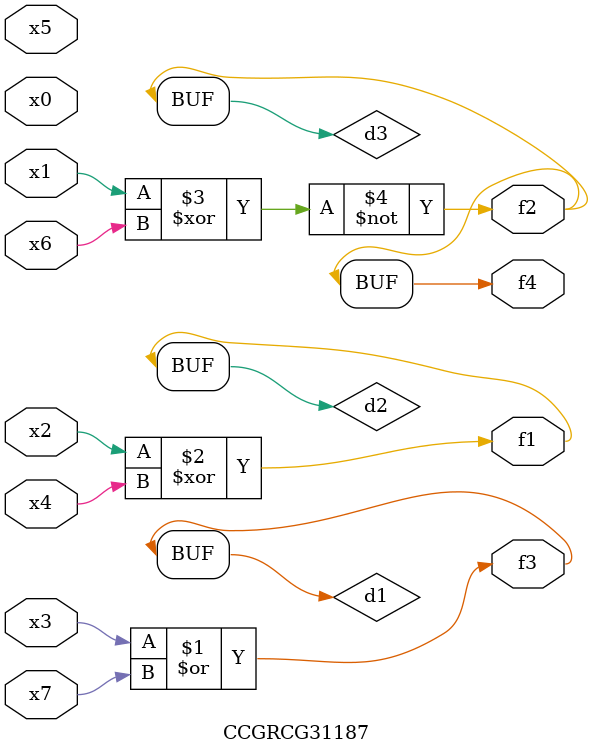
<source format=v>
module CCGRCG31187(
	input x0, x1, x2, x3, x4, x5, x6, x7,
	output f1, f2, f3, f4
);

	wire d1, d2, d3;

	or (d1, x3, x7);
	xor (d2, x2, x4);
	xnor (d3, x1, x6);
	assign f1 = d2;
	assign f2 = d3;
	assign f3 = d1;
	assign f4 = d3;
endmodule

</source>
